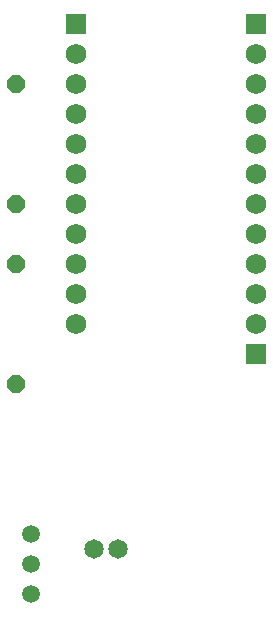
<source format=gbs>
G75*
G70*
%OFA0B0*%
%FSLAX24Y24*%
%IPPOS*%
%LPD*%
%AMOC8*
5,1,8,0,0,1.08239X$1,22.5*
%
%ADD10R,0.0680X0.0680*%
%ADD11C,0.0680*%
%ADD12OC8,0.0600*%
%ADD13C,0.0595*%
%ADD14C,0.0650*%
D10*
X041833Y020662D03*
X047833Y020662D03*
X047833Y009662D03*
D11*
X047833Y010662D03*
X047833Y011662D03*
X047833Y012662D03*
X047833Y013662D03*
X047833Y014662D03*
X047833Y015662D03*
X047833Y016662D03*
X047833Y017662D03*
X047833Y018662D03*
X047833Y019662D03*
X041833Y019662D03*
X041833Y018662D03*
X041833Y017662D03*
X041833Y016662D03*
X041833Y015662D03*
X041833Y014662D03*
X041833Y013662D03*
X041833Y012662D03*
X041833Y011662D03*
X041833Y010662D03*
D12*
X039833Y008662D03*
X039833Y012662D03*
X039833Y014662D03*
X039833Y018662D03*
D13*
X040333Y003662D03*
X040333Y002662D03*
X040333Y001662D03*
D14*
X042440Y003162D03*
X043227Y003162D03*
M02*

</source>
